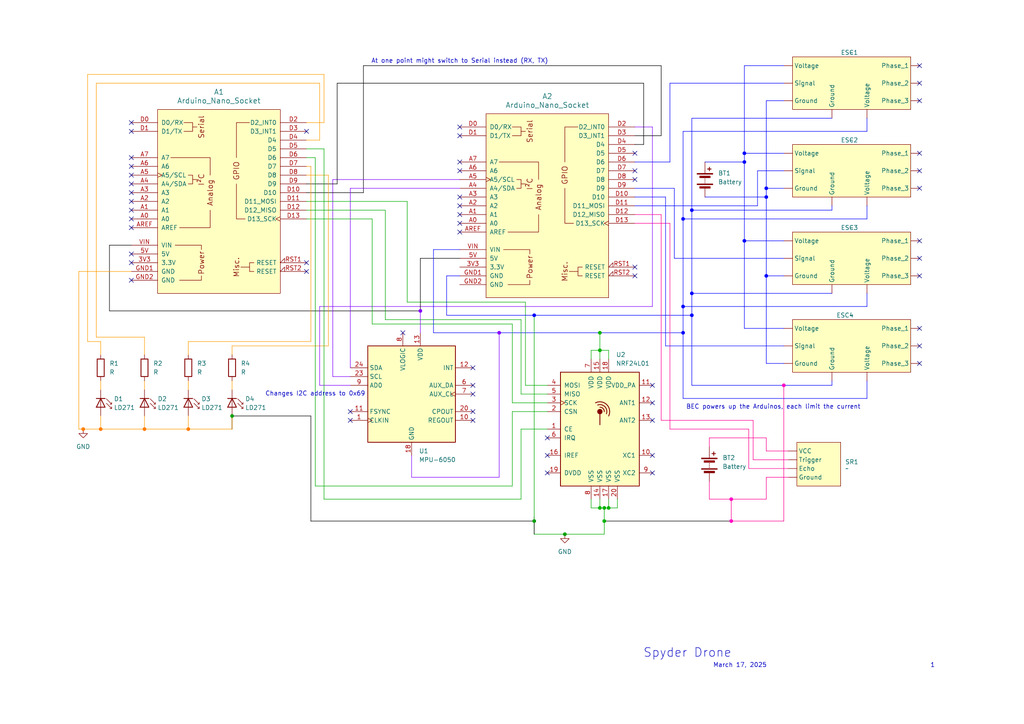
<source format=kicad_sch>
(kicad_sch (version 20250114) (generator "eeschema") (generator_version "9.0")
  (paper "A4")
  (lib_symbols
    (symbol "Device:Battery" (pin_numbers (hide yes)) (pin_names (offset 0) (hide yes))
      (property "Reference" "BT" (at 2.54 2.54 0))
      (property "Value" "Battery" (at 2.54 0 0))
      (symbol "Battery_0_1"
        (rectangle (start -2.286 1.778) (end 2.286 1.524) (fill (type outline)))
        (rectangle (start -2.286 -1.27) (end 2.286 -1.524) (fill (type outline)))
        (rectangle (start -1.524 1.016) (end 1.524 0.508) (fill (type outline)))
        (rectangle (start -1.524 -2.032) (end 1.524 -2.54) (fill (type outline)))
        (polyline (pts (xy 0 1.778) (xy 0 2.54)))
        (polyline (pts (xy 0 0) (xy 0 0.254)))
        (polyline (pts (xy 0 -0.508) (xy 0 -0.254)))
        (polyline (pts (xy 0 -1.016) (xy 0 -0.762)))
        (polyline (pts (xy 0.762 3.048) (xy 1.778 3.048)) (stroke (width 0.254)))
        (polyline (pts (xy 1.27 3.556) (xy 1.27 2.54)) (stroke (width 0.254)))
      )
      (symbol "Battery_1_1"
        (pin passive line (at 0 5.08 270) (length 2.54) (name "+") (number "1"))
        (pin passive line (at 0 -5.08 90) (length 2.54) (name "-") (number "2"))
      )
    )
    (symbol "Device:R" (pin_numbers (hide yes)) (pin_names (offset 0))
      (property "Reference" "R" (at 2.032 0 90))
      (property "Value" "R" (at 0 0 90))
      (symbol "R_0_1"
        (rectangle (start -1.016 -2.54) (end 1.016 2.54) (stroke (width 0.254)))
      )
      (symbol "R_1_1"
        (pin passive line (at 0 3.81 270) (length 1.27) (name "~") (number "1"))
        (pin passive line (at 0 -3.81 90) (length 1.27) (name "~") (number "2"))
      )
    )
    (symbol "Driver_Motor:Electronic_Speed_Controller"
      (property "Reference" "ESC" (at 0 -0.254 0))
      (symbol "Electronic_Speed_Controller_0_1"
        (rectangle (start -16.51 7.62) (end 17.78 -7.62) (fill (type color) (color 255 255 194 1)))
      )
      (symbol "Electronic_Speed_Controller_1_1"
        (pin input line (at -19.05 5.08 0) (length 2.54) (name "Voltage") (number ""))
        (pin input line (at -19.05 0 0) (length 2.54) (name "Signal") (number ""))
        (pin input line (at -19.05 -5.08 0) (length 2.54) (name "Ground") (number ""))
        (pin output line (at -5.08 -10.16 90) (length 2.54) (name "Ground") (number ""))
        (pin output line (at 5.08 -10.16 90) (length 2.54) (name "Voltage") (number ""))
        (pin output line (at 20.32 5.08 180) (length 2.54) (name "Phase_1") (number ""))
        (pin output line (at 20.32 0 180) (length 2.54) (name "Phase_2") (number ""))
        (pin output line (at 20.32 -5.08 180) (length 2.54) (name "Phase_3") (number ""))
      )
    )
    (symbol "Electronic_Speed_Controller_1"
      (property "Reference" "ESC" (at 0 -0.254 0))
      (symbol "Electronic_Speed_Controller_1_0_1"
        (rectangle (start -16.51 7.62) (end 17.78 -7.62) (fill (type color) (color 255 255 194 1)))
      )
      (symbol "Electronic_Speed_Controller_1_1_1"
        (pin input line (at -19.05 5.08 0) (length 2.54) (name "Voltage") (number ""))
        (pin input line (at -19.05 0 0) (length 2.54) (name "Signal") (number ""))
        (pin input line (at -19.05 -5.08 0) (length 2.54) (name "Ground") (number ""))
        (pin output line (at -5.08 -10.16 90) (length 2.54) (name "Ground") (number ""))
        (pin output line (at 5.08 -10.16 90) (length 2.54) (name "Voltage") (number ""))
        (pin output line (at 20.32 5.08 180) (length 2.54) (name "Phase_1") (number ""))
        (pin output line (at 20.32 0 180) (length 2.54) (name "Phase_2") (number ""))
        (pin output line (at 20.32 -5.08 180) (length 2.54) (name "Phase_3") (number ""))
      )
    )
    (symbol "Electronic_Speed_Controller_2"
      (property "Reference" "ESC" (at 0 -0.254 0))
      (symbol "Electronic_Speed_Controller_2_0_1"
        (rectangle (start -16.51 7.62) (end 17.78 -7.62) (fill (type color) (color 255 255 194 1)))
      )
      (symbol "Electronic_Speed_Controller_2_1_1"
        (pin input line (at -19.05 5.08 0) (length 2.54) (name "Voltage") (number ""))
        (pin input line (at -19.05 0 0) (length 2.54) (name "Signal") (number ""))
        (pin input line (at -19.05 -5.08 0) (length 2.54) (name "Ground") (number ""))
        (pin output line (at -5.08 -10.16 90) (length 2.54) (name "Ground") (number ""))
        (pin output line (at 5.08 -10.16 90) (length 2.54) (name "Voltage") (number ""))
        (pin output line (at 20.32 5.08 180) (length 2.54) (name "Phase_1") (number ""))
        (pin output line (at 20.32 0 180) (length 2.54) (name "Phase_2") (number ""))
        (pin output line (at 20.32 -5.08 180) (length 2.54) (name "Phase_3") (number ""))
      )
    )
    (symbol "Electronic_Speed_Controller_3"
      (property "Reference" "ESC" (at 0 -0.254 0))
      (symbol "Electronic_Speed_Controller_3_0_1"
        (rectangle (start -16.51 7.62) (end 17.78 -7.62) (fill (type color) (color 255 255 194 1)))
      )
      (symbol "Electronic_Speed_Controller_3_1_1"
        (pin input line (at -19.05 5.08 0) (length 2.54) (name "Voltage") (number ""))
        (pin input line (at -19.05 0 0) (length 2.54) (name "Signal") (number ""))
        (pin input line (at -19.05 -5.08 0) (length 2.54) (name "Ground") (number ""))
        (pin output line (at -5.08 -10.16 90) (length 2.54) (name "Ground") (number ""))
        (pin output line (at 5.08 -10.16 90) (length 2.54) (name "Voltage") (number ""))
        (pin output line (at 20.32 5.08 180) (length 2.54) (name "Phase_1") (number ""))
        (pin output line (at 20.32 0 180) (length 2.54) (name "Phase_2") (number ""))
        (pin output line (at 20.32 -5.08 180) (length 2.54) (name "Phase_3") (number ""))
      )
    )
    (symbol "LED:LD271" (pin_numbers (hide yes)) (pin_names (offset 1.016) (hide yes))
      (property "Reference" "D" (at 0.508 1.778 0))
      (property "Value" "LD271" (at -1.016 -2.794 0))
      (symbol "LD271_0_1"
        (polyline (pts (xy -2.54 1.27) (xy -2.54 -1.27)) (stroke (width 0.254)))
        (polyline (pts (xy -2.413 1.651) (xy -0.889 3.175) (xy -0.889 2.667) (xy -0.889 3.175) (xy -1.397 3.175)))
        (polyline (pts (xy -1.143 1.651) (xy 0.381 3.175) (xy 0.381 2.667)))
        (polyline (pts (xy 0 0) (xy -2.54 0)))
        (polyline (pts (xy 0 -1.27) (xy -2.54 0) (xy 0 1.27) (xy 0 -1.27)) (stroke (width 0.254)))
        (polyline (pts (xy 0.381 3.175) (xy -0.127 3.175)))
      )
      (symbol "LD271_1_1"
        (pin passive line (at -5.08 0 0) (length 2.54) (name "K") (number "1"))
        (pin passive line (at 2.54 0 180) (length 2.54) (name "A") (number "2"))
      )
    )
    (symbol "PCM_arduino-library:Arduino_Nano_Socket" (pin_names (offset 1.016))
      (property "Reference" "A" (at 0 33.02 0))
      (property "Value" "Arduino_Nano_Socket" (at 0 29.21 0))
      (symbol "Arduino_Nano_Socket_0_0"
        (rectangle (start -17.78 26.67) (end 17.78 -26.67) (fill (type background)))
        (polyline (pts (xy -11.43 -22.86) (xy -5.08 -22.86) (xy -5.08 -21.59)))
        (polyline (pts (xy -10.16 22.86) (xy -7.62 22.86) (xy -7.62 20.32) (xy -10.16 20.32)))
        (polyline (pts (xy -8.89 7.62) (xy -7.62 7.62) (xy -7.62 5.08) (xy -8.89 5.08)))
        (polyline (pts (xy -7.62 21.59) (xy -6.35 21.59)))
        (polyline (pts (xy -7.62 6.35) (xy -6.35 6.35)))
        (polyline (pts (xy -5.08 -13.97) (xy -5.08 -12.7) (xy -12.7 -12.7)))
        (polyline (pts (xy 8.89 -19.05) (xy 6.35 -19.05)))
        (text "Serial" (at -5.08 21.59 900) (effects (font (size 1.524 1.524))))
        (text "I²C" (at -5.08 6.35 900) (effects (font (size 1.524 1.524))))
        (text "Power" (at -5.08 -17.78 900) (effects (font (size 1.524 1.524))))
        (text "Analog" (at -2.54 2.54 900) (effects (font (size 1.524 1.524))))
        (text "Misc." (at 5.08 -19.05 900) (effects (font (size 1.524 1.524))))
      )
      (symbol "Arduino_Nano_Socket_0_1"
        (polyline (pts (xy -13.97 12.7) (xy -2.54 12.7) (xy -2.54 7.62)))
        (polyline (pts (xy -11.43 -7.62) (xy -2.54 -7.62) (xy -2.54 -2.54)))
        (polyline (pts (xy 7.62 -5.08) (xy 5.08 -5.08) (xy 5.08 5.08)))
        (polyline (pts (xy 8.89 22.86) (xy 5.08 22.86) (xy 5.08 12.7)))
        (polyline (pts (xy 10.16 -17.78) (xy 8.89 -17.78) (xy 8.89 -20.32) (xy 10.16 -20.32)))
      )
      (symbol "Arduino_Nano_Socket_1_0"
        (text "GPIO" (at 5.08 8.89 900) (effects (font (size 1.524 1.524))))
      )
      (symbol "Arduino_Nano_Socket_1_1"
        (pin bidirectional line (at -25.4 22.86 0) (length 7.62) (name "D0/RX") (number "D0"))
        (pin bidirectional line (at -25.4 20.32 0) (length 7.62) (name "D1/TX") (number "D1"))
        (pin input line (at -25.4 12.7 0) (length 7.62) (name "A7") (number "A7"))
        (pin input line (at -25.4 10.16 0) (length 7.62) (name "A6") (number "A6"))
        (pin bidirectional clock (at -25.4 7.62 0) (length 7.62) (name "A5/SCL") (number "A5"))
        (pin bidirectional line (at -25.4 5.08 0) (length 7.62) (name "A4/SDA") (number "A4"))
        (pin bidirectional line (at -25.4 2.54 0) (length 7.62) (name "A3") (number "A3"))
        (pin bidirectional line (at -25.4 0 0) (length 7.62) (name "A2") (number "A2"))
        (pin bidirectional line (at -25.4 -2.54 0) (length 7.62) (name "A1") (number "A1"))
        (pin bidirectional line (at -25.4 -5.08 0) (length 7.62) (name "A0") (number "A0"))
        (pin input line (at -25.4 -7.62 0) (length 7.62) (name "AREF") (number "AREF"))
        (pin power_in line (at -25.4 -12.7 0) (length 7.62) (name "VIN") (number "VIN"))
        (pin power_in line (at -25.4 -15.24 0) (length 7.62) (name "5V") (number "5V"))
        (pin power_out line (at -25.4 -17.78 0) (length 7.62) (name "3.3V") (number "3V3"))
        (pin power_in line (at -25.4 -20.32 0) (length 7.62) (name "GND") (number "GND1"))
        (pin power_in line (at -25.4 -22.86 0) (length 7.62) (name "GND") (number "GND2"))
        (pin bidirectional line (at 25.4 22.86 180) (length 7.62) (name "D2_INT0") (number "D2"))
        (pin bidirectional line (at 25.4 20.32 180) (length 7.62) (name "D3_INT1") (number "D3"))
        (pin bidirectional line (at 25.4 17.78 180) (length 7.62) (name "D4") (number "D4"))
        (pin bidirectional line (at 25.4 15.24 180) (length 7.62) (name "D5") (number "D5"))
        (pin bidirectional line (at 25.4 12.7 180) (length 7.62) (name "D6") (number "D6"))
        (pin bidirectional line (at 25.4 10.16 180) (length 7.62) (name "D7") (number "D7"))
        (pin bidirectional line (at 25.4 7.62 180) (length 7.62) (name "D8") (number "D8"))
        (pin bidirectional line (at 25.4 5.08 180) (length 7.62) (name "D9") (number "D9"))
        (pin bidirectional line (at 25.4 2.54 180) (length 7.62) (name "D10") (number "D10"))
        (pin bidirectional line (at 25.4 0 180) (length 7.62) (name "D11_MOSI") (number "D11"))
        (pin bidirectional line (at 25.4 -2.54 180) (length 7.62) (name "D12_MISO") (number "D12"))
        (pin bidirectional clock (at 25.4 -5.08 180) (length 7.62) (name "D13_SCK") (number "D13"))
        (pin open_collector input_low (at 25.4 -17.78 180) (length 7.62) (name "RESET") (number "RST1"))
        (pin open_collector input_low (at 25.4 -20.32 180) (length 7.62) (name "RESET") (number "RST2"))
      )
    )
    (symbol "RF:NRF24L01" (pin_names (offset 1.016))
      (property "Reference" "U" (at -11.43 17.78 0))
      (property "Value" "NRF24L01" (at 5.08 17.78 0))
      (symbol "NRF24L01_0_1"
        (rectangle (start -11.43 16.51) (end 11.43 -16.51) (stroke (width 0.254)) (fill (type background)))
        (arc (start -1.27 7.62) (mid 2.008 7.088) (end 2.54 3.81) (stroke (width 0.254)))
        (circle (center 0 5.08) (radius 0.635) (stroke (width 0.254)) (fill (type outline)))
        (polyline (pts (xy 0 4.445) (xy 0 1.27)) (stroke (width 0.254)))
        (arc (start -0.635 6.985) (mid 1.4383 6.5183) (end 1.905 4.445) (stroke (width 0.254)))
        (arc (start 0 6.35) (mid 0.9108 5.9908) (end 1.27 5.08) (stroke (width 0.254)))
        (rectangle (start 11.43 -13.97) (end 11.43 -13.97))
      )
      (symbol "NRF24L01_1_1"
        (pin input line (at -15.24 12.7 0) (length 3.81) (name "MOSI") (number "4"))
        (pin output line (at -15.24 10.16 0) (length 3.81) (name "MISO") (number "5"))
        (pin input clock (at -15.24 7.62 0) (length 3.81) (name "SCK") (number "3"))
        (pin input line (at -15.24 5.08 0) (length 3.81) (name "CSN") (number "2"))
        (pin input line (at -15.24 0 0) (length 3.81) (name "CE") (number "1"))
        (pin output line (at -15.24 -2.54 0) (length 3.81) (name "IRQ") (number "6"))
        (pin passive line (at -15.24 -7.62 0) (length 3.81) (name "IREF") (number "16"))
        (pin power_out line (at -15.24 -12.7 0) (length 3.81) (name "DVDD") (number "19"))
        (pin power_in line (at -2.54 20.32 270) (length 3.81) (name "VDD") (number "7"))
        (pin power_in line (at -2.54 -20.32 90) (length 3.81) (name "VSS") (number "8"))
        (pin power_in line (at 0 20.32 270) (length 3.81) (name "VDD") (number "15"))
        (pin power_in line (at 0 -20.32 90) (length 3.81) (name "VSS") (number "14"))
        (pin power_in line (at 2.54 20.32 270) (length 3.81) (name "VDD") (number "18"))
        (pin power_in line (at 2.54 -20.32 90) (length 3.81) (name "VSS") (number "17"))
        (pin power_in line (at 5.08 -20.32 90) (length 3.81) (name "VSS") (number "20"))
        (pin power_out line (at 15.24 12.7 180) (length 3.81) (name "VDD_PA") (number "11"))
        (pin passive line (at 15.24 7.62 180) (length 3.81) (name "ANT1") (number "12"))
        (pin passive line (at 15.24 2.54 180) (length 3.81) (name "ANT2") (number "13"))
        (pin passive line (at 15.24 -7.62 180) (length 3.81) (name "XC1") (number "10"))
        (pin passive line (at 15.24 -12.7 180) (length 3.81) (name "XC2") (number "9"))
      )
    )
    (symbol "Sensor_Motion:MPU-6050"
      (property "Reference" "U" (at -11.43 13.97 0))
      (property "Value" "MPU-6050" (at 7.62 -15.24 0))
      (symbol "MPU-6050_0_0"
        (text "" (at 12.7 -2.54 0) (effects (font (size 1.27 1.27))))
      )
      (symbol "MPU-6050_0_1"
        (rectangle (start -12.7 13.97) (end 12.7 -13.97) (stroke (width 0.254)) (fill (type background)))
      )
      (symbol "MPU-6050_1_1"
        (pin bidirectional line (at -17.78 7.62 0) (length 5.08) (name "SDA") (number "24"))
        (pin input line (at -17.78 5.08 0) (length 5.08) (name "SCL") (number "23"))
        (pin input line (at -17.78 2.54 0) (length 5.08) (name "AD0") (number "9"))
        (pin input line (at -17.78 -5.08 0) (length 5.08) (name "FSYNC") (number "11"))
        (pin input clock (at -17.78 -7.62 0) (length 5.08) (name "CLKIN") (number "1"))
        (pin no_connect line (at -12.7 12.7 0) (length 2.54) (hide yes) (name "NC") (number "2"))
        (pin no_connect line (at -12.7 10.16 0) (length 2.54) (hide yes) (name "NC") (number "3"))
        (pin no_connect line (at -12.7 0 0) (length 2.54) (hide yes) (name "NC") (number "4"))
        (pin no_connect line (at -12.7 -2.54 0) (length 2.54) (hide yes) (name "NC") (number "5"))
        (pin no_connect line (at -12.7 -10.16 0) (length 2.54) (hide yes) (name "NC") (number "14"))
        (pin power_in line (at -2.54 17.78 270) (length 3.81) (name "VLOGIC") (number "8"))
        (pin power_in line (at 0 -17.78 90) (length 3.81) (name "GND") (number "18"))
        (pin power_in line (at 2.54 17.78 270) (length 3.81) (name "VDD") (number "13"))
        (pin no_connect line (at 12.7 12.7 180) (length 2.54) (hide yes) (name "NC") (number "15"))
        (pin no_connect line (at 12.7 10.16 180) (length 2.54) (hide yes) (name "NC") (number "16"))
        (pin no_connect line (at 12.7 5.08 180) (length 2.54) (hide yes) (name "NC") (number "17"))
        (pin no_connect line (at 12.7 -2.54 180) (length 2.54) (hide yes) (name "RESV") (number "21"))
        (pin no_connect line (at 12.7 -10.16 180) (length 2.54) (hide yes) (name "RESV") (number "19"))
        (pin no_connect line (at 12.7 -12.7 180) (length 2.54) (hide yes) (name "RESV") (number "22"))
        (pin output line (at 17.78 7.62 180) (length 5.08) (name "INT") (number "12"))
        (pin bidirectional line (at 17.78 2.54 180) (length 5.08) (name "AUX_DA") (number "6"))
        (pin output clock (at 17.78 0 180) (length 5.08) (name "AUX_CL") (number "7"))
        (pin passive line (at 17.78 -5.08 180) (length 5.08) (name "CPOUT") (number "20"))
        (pin passive line (at 17.78 -7.62 180) (length 5.08) (name "REGOUT") (number "10"))
      )
    )
    (symbol "Sensor_Proximity:SR04"
      (property "Reference" "SR04" (at 3.556 0 0))
      (symbol "SR04_0_1"
        (rectangle (start -6.35 5.08) (end 6.35 -7.62) (fill (type color) (color 255 255 194 1)))
      )
      (symbol "SR04_1_1"
        (pin input line (at -8.89 2.54 0) (length 2.54) (name "VCC") (number ""))
        (pin input line (at -8.89 0 0) (length 2.54) (name "Trigger") (number ""))
        (pin input line (at -8.89 -2.54 0) (length 2.54) (name "Echo") (number ""))
        (pin input line (at -8.89 -5.08 0) (length 2.54) (name "Ground") (number ""))
      )
    )
    (symbol "power:GND" (power) (pin_numbers (hide yes)) (pin_names (offset 0) (hide yes))
      (property "Value" "GND" (at 0 -3.81 0))
      (symbol "GND_0_1"
        (polyline (pts (xy 0 0) (xy 0 -1.27) (xy 1.27 -1.27) (xy 0 -2.54) (xy -1.27 -1.27) (xy 0 -1.27)))
      )
      (symbol "GND_1_1"
        (pin power_in line (at 0 0 270) (length 0) (name "~") (number "1"))
      )
    )
  )
  (text "At one point might switch to Serial instead (RX, TX)\n" (at 133.35 17.78 0) (effects (font (size 1.27 1.27))))
  (text "Spyder Drone\n" (at 199.39 187.96 0) (effects (font (size 2.54 2.54)) (justify top)))
  (text "March 17, 2025\n" (at 214.63 193.04 0) (effects (font (size 1.27 1.27))))
  (text "1\n" (at 270.51 193.04 0) (effects (font (size 1.27 1.27))))
  (text "BEC powers up the Arduinos, each limit the current " (at 224.79 118.11 0) (effects (font (size 1.27 1.27))))
  (text "Changes I2C address to 0x69" (at 91.44 114.3 0) (effects (font (size 1.27 1.27))))
  (junction (at 215.9 69.85) (color 0 0 255 1))
  (junction (at 212.09 144.78) (color 255 6 189 1))
  (junction (at 227.33 111.76) (color 255 6 189 1))
  (junction (at 215.9 46.99) (color 0 0 255 1))
  (junction (at 163.83 154.94))
  (junction (at 176.53 147.32) (color 0 171 0 1))
  (junction (at 173.99 101.6) (color 0 171 0 1))
  (junction (at 24.13 124.46) (color 255 117 0 1))
  (junction (at 173.99 96.52) (color 0 171 0 1))
  (junction (at 121.92 90.17) (color 128 0 255 1))
  (junction (at 198.12 88.9) (color 0 0 255 1))
  (junction (at 144.78 96.52) (color 128 0 255 1))
  (junction (at 54.61 124.46) (color 255 117 0 1))
  (junction (at 198.12 96.52) (color 0 0 255 1))
  (junction (at 215.9 44.45) (color 0 0 255 1))
  (junction (at 29.21 124.46) (color 255 117 0 1))
  (junction (at 41.91 124.46) (color 255 117 0 1))
  (junction (at 198.12 63.5) (color 0 0 255 1))
  (junction (at 154.94 91.44) (color 0 0 255 1))
  (junction (at 212.09 151.13) (color 255 6 189 1))
  (junction (at 200.66 85.09) (color 0 0 255 1))
  (junction (at 200.66 91.44) (color 0 0 255 1))
  (junction (at 154.94 151.13))
  (junction (at 175.26 147.32) (color 0 171 0 1))
  (junction (at 222.25 54.61) (color 0 0 255 1))
  (junction (at 173.99 147.32) (color 0 171 0 1))
  (junction (at 222.25 80.01) (color 0 0 255 1))
  (junction (at 175.26 151.13) (color 0 171 0 1))
  (junction (at 200.66 60.96) (color 0 0 255 1))
  (junction (at 67.31 120.65))
  (junction (at 222.25 57.15) (color 0 0 255 1))
  (no_connect (at 133.35 36.83))
  (no_connect (at 38.1 81.28))
  (no_connect (at 133.35 64.77))
  (no_connect (at 133.35 62.23))
  (no_connect (at 189.23 116.84))
  (no_connect (at 266.7 100.33))
  (no_connect (at 266.7 24.13))
  (no_connect (at 38.1 48.26))
  (no_connect (at 38.1 35.56))
  (no_connect (at 38.1 58.42))
  (no_connect (at 189.23 121.92))
  (no_connect (at 38.1 38.1))
  (no_connect (at 88.9 76.2))
  (no_connect (at 266.7 69.85))
  (no_connect (at 137.16 114.3))
  (no_connect (at 266.7 80.01))
  (no_connect (at 137.16 111.76))
  (no_connect (at 184.15 77.47))
  (no_connect (at 38.1 53.34))
  (no_connect (at 137.16 119.38))
  (no_connect (at 133.35 57.15))
  (no_connect (at 133.35 39.37))
  (no_connect (at 38.1 60.96))
  (no_connect (at 266.7 49.53))
  (no_connect (at 101.6 119.38))
  (no_connect (at 137.16 121.92))
  (no_connect (at 38.1 73.66))
  (no_connect (at 158.75 132.08))
  (no_connect (at 184.15 80.01))
  (no_connect (at 38.1 66.04))
  (no_connect (at 133.35 67.31))
  (no_connect (at 38.1 55.88))
  (no_connect (at 184.15 49.53))
  (no_connect (at 137.16 106.68))
  (no_connect (at 101.6 121.92))
  (no_connect (at 38.1 45.72))
  (no_connect (at 38.1 50.8))
  (no_connect (at 266.7 44.45))
  (no_connect (at 133.35 59.69))
  (no_connect (at 38.1 63.5))
  (no_connect (at 133.35 46.99))
  (no_connect (at 266.7 105.41))
  (no_connect (at 266.7 95.25))
  (no_connect (at 266.7 29.21))
  (no_connect (at 133.35 49.53))
  (no_connect (at 88.9 78.74))
  (no_connect (at 116.84 96.52))
  (no_connect (at 266.7 54.61))
  (no_connect (at 189.23 111.76))
  (no_connect (at 88.9 38.1))
  (no_connect (at 189.23 132.08))
  (no_connect (at 266.7 74.93))
  (no_connect (at 266.7 19.05))
  (no_connect (at 158.75 127))
  (no_connect (at 184.15 44.45))
  (no_connect (at 184.15 52.07))
  (no_connect (at 158.75 137.16))
  (no_connect (at 38.1 76.2))
  (no_connect (at 189.23 137.16))
  (wire (pts (xy 222.25 29.21) (xy 222.25 54.61)) (stroke (width 0) (color 0 0 255 1)))
  (wire (pts (xy 212.09 144.78) (xy 222.25 144.78)) (stroke (width 0) (color 255 0 145 1)))
  (wire (pts (xy 154.94 91.44) (xy 154.94 151.13)) (stroke (width 0) (color 0 171 0 1)))
  (wire (pts (xy 194.31 64.77) (xy 184.15 64.77)) (stroke (width 0) (color 255 0 145 1)))
  (wire (pts (xy 121.92 90.17) (xy 121.92 74.93)) (stroke (width 0) (color 0 0 0 1)))
  (wire (pts (xy 54.61 120.65) (xy 54.61 124.46)) (stroke (width 0) (color 255 157 0 1)))
  (wire (pts (xy 93.98 144.78) (xy 151.13 144.78)) (stroke (width 0) (color 0 171 0 1)))
  (wire (pts (xy 198.12 115.57) (xy 251.46 115.57)) (stroke (width 0) (color 0 0 255 1)))
  (wire (pts (xy 176.53 104.14) (xy 176.53 101.6)) (stroke (width 0) (color 0 171 0 1)))
  (wire (pts (xy 22.86 78.74) (xy 22.86 124.46)) (stroke (width 0) (color 255 157 0 1)))
  (wire (pts (xy 212.09 151.13) (xy 227.33 151.13)) (stroke (width 0) (color 255 0 145 1)))
  (wire (pts (xy 118.11 58.42) (xy 118.11 87.63)) (stroke (width 0) (color 0 171 0 1)))
  (wire (pts (xy 173.99 96.52) (xy 198.12 96.52)) (stroke (width 0) (color 0 0 255 1)))
  (wire (pts (xy 119.38 132.08) (xy 119.38 138.43)) (stroke (width 0) (color 128 0 255 1)))
  (wire (pts (xy 189.23 88.9) (xy 189.23 36.83)) (stroke (width 0) (color 128 0 255 1)))
  (wire (pts (xy 27.94 97.79) (xy 41.91 97.79)) (stroke (width 0) (color 255 157 0 1)))
  (wire (pts (xy 148.59 119.38) (xy 158.75 119.38)) (stroke (width 0) (color 0 171 0 1)))
  (wire (pts (xy 194.31 46.99) (xy 194.31 24.13)) (stroke (width 0) (color 0 0 255 1)))
  (wire (pts (xy 144.78 138.43) (xy 144.78 96.52)) (stroke (width 0) (color 128 0 255 1)))
  (wire (pts (xy 227.33 111.76) (xy 241.3 111.76)) (stroke (width 0) (color 0 0 255 1)))
  (wire (pts (xy 215.9 19.05) (xy 227.33 19.05)) (stroke (width 0) (color 0 0 255 1)))
  (wire (pts (xy 27.94 24.13) (xy 27.94 97.79)) (stroke (width 0) (color 255 157 0 1)))
  (wire (pts (xy 88.9 55.88) (xy 105.41 55.88)) (stroke (width 0) (color 0 0 0 1)))
  (wire (pts (xy 222.25 138.43) (xy 228.6 138.43)) (stroke (width 0) (color 255 0 145 1)))
  (wire (pts (xy 217.17 135.89) (xy 217.17 124.46)) (stroke (width 0) (color 255 0 145 1)))
  (wire (pts (xy 163.83 154.94) (xy 175.26 154.94)) (stroke (width 0) (color 0 171 0 1)))
  (wire (pts (xy 24.13 124.46) (xy 29.21 124.46)) (stroke (width 0) (color 255 157 0 1)))
  (wire (pts (xy 41.91 102.87) (xy 41.91 97.79)) (stroke (width 0) (color 255 157 0 1)))
  (wire (pts (xy 96.52 52.07) (xy 96.52 109.22)) (stroke (width 0) (color 128 0 255 1)))
  (wire (pts (xy 241.3 60.96) (xy 200.66 60.96)) (stroke (width 0) (color 0 0 255 1)))
  (wire (pts (xy 154.94 151.13) (xy 154.94 154.94)) (stroke (width 0) (color 0 171 0 1)))
  (wire (pts (xy 41.91 120.65) (xy 41.91 124.46)) (stroke (width 0) (color 255 157 0 1)))
  (wire (pts (xy 184.15 59.69) (xy 219.71 59.69)) (stroke (width 0) (color 0 0 255 1)))
  (wire (pts (xy 133.35 72.39) (xy 125.73 72.39)) (stroke (width 0) (color 0 0 255 1)))
  (wire (pts (xy 251.46 115.57) (xy 251.46 110.49)) (stroke (width 0) (color 0 0 255 1)))
  (wire (pts (xy 227.33 95.25) (xy 215.9 95.25)) (stroke (width 0) (color 0 0 255 1)))
  (wire (pts (xy 184.15 39.37) (xy 191.77 39.37)) (stroke (width 0) (color 0 0 0 1)))
  (wire (pts (xy 193.04 100.33) (xy 227.33 100.33)) (stroke (width 0) (color 0 0 255 1)))
  (wire (pts (xy 88.9 35.56) (xy 93.98 35.56)) (stroke (width 0) (color 255 157 0 1)))
  (wire (pts (xy 251.46 88.9) (xy 198.12 88.9)) (stroke (width 0) (color 0 0 255 1)))
  (wire (pts (xy 29.21 124.46) (xy 41.91 124.46)) (stroke (width 0) (color 255 157 0 1)))
  (wire (pts (xy 251.46 38.1) (xy 198.12 38.1)) (stroke (width 0) (color 0 0 255 1)))
  (wire (pts (xy 184.15 41.91) (xy 186.69 41.91)) (stroke (width 0) (color 0 0 0 1)))
  (wire (pts (xy 200.66 111.76) (xy 200.66 91.44)) (stroke (width 0) (color 0 0 255 1)))
  (wire (pts (xy 205.74 144.78) (xy 212.09 144.78)) (stroke (width 0) (color 255 0 145 1)))
  (wire (pts (xy 198.12 38.1) (xy 198.12 63.5)) (stroke (width 0) (color 0 0 255 1)))
  (wire (pts (xy 222.25 54.61) (xy 227.33 54.61)) (stroke (width 0) (color 0 0 255 1)))
  (wire (pts (xy 67.31 120.65) (xy 90.17 120.65)) (stroke (width 0) (color 0 0 0 1)))
  (wire (pts (xy 96.52 109.22) (xy 101.6 109.22)) (stroke (width 0) (color 128 0 255 1)))
  (wire (pts (xy 222.25 57.15) (xy 204.47 57.15)) (stroke (width 0) (color 0 0 255 1)))
  (wire (pts (xy 200.66 34.29) (xy 200.66 60.96)) (stroke (width 0) (color 0 0 255 1)))
  (wire (pts (xy 152.4 111.76) (xy 158.75 111.76)) (stroke (width 0) (color 0 171 0 1)))
  (wire (pts (xy 101.6 54.61) (xy 101.6 106.68)) (stroke (width 0) (color 128 0 255 1)))
  (wire (pts (xy 88.9 63.5) (xy 107.95 63.5)) (stroke (width 0) (color 0 171 0 1)))
  (wire (pts (xy 251.46 59.69) (xy 251.46 63.5)) (stroke (width 0) (color 0 0 255 1)))
  (wire (pts (xy 92.71 111.76) (xy 101.6 111.76)) (stroke (width 0) (color 128 0 255 1)))
  (wire (pts (xy 107.95 93.98) (xy 148.59 93.98)) (stroke (width 0) (color 0 171 0 1)))
  (wire (pts (xy 179.07 144.78) (xy 179.07 147.32)) (stroke (width 0) (color 0 171 0 1)))
  (wire (pts (xy 105.41 55.88) (xy 105.41 19.05)) (stroke (width 0) (color 0 0 0 1)))
  (wire (pts (xy 184.15 46.99) (xy 194.31 46.99)) (stroke (width 0) (color 0 0 255 1)))
  (wire (pts (xy 222.25 57.15) (xy 222.25 80.01)) (stroke (width 0) (color 0 0 255 1)))
  (wire (pts (xy 29.21 110.49) (xy 29.21 113.03)) (stroke (width 0) (color 255 157 0 1)))
  (wire (pts (xy 148.59 140.97) (xy 148.59 119.38)) (stroke (width 0) (color 0 171 0 1)))
  (wire (pts (xy 67.31 102.87) (xy 67.31 100.33)) (stroke (width 0) (color 255 157 0 1)))
  (wire (pts (xy 91.44 45.72) (xy 91.44 140.97)) (stroke (width 0) (color 0 171 0 1)))
  (wire (pts (xy 222.25 144.78) (xy 222.25 138.43)) (stroke (width 0) (color 255 0 145 1)))
  (wire (pts (xy 92.71 24.13) (xy 27.94 24.13)) (stroke (width 0) (color 255 157 0 1)))
  (wire (pts (xy 121.92 90.17) (xy 121.92 96.52)) (stroke (width 0) (color 128 0 255 1)))
  (wire (pts (xy 151.13 114.3) (xy 158.75 114.3)) (stroke (width 0) (color 0 171 0 1)))
  (wire (pts (xy 227.33 44.45) (xy 215.9 44.45)) (stroke (width 0) (color 0 0 255 1)))
  (wire (pts (xy 215.9 46.99) (xy 215.9 44.45)) (stroke (width 0) (color 0 0 255 1)))
  (wire (pts (xy 97.79 53.34) (xy 88.9 53.34)) (stroke (width 0) (color 0 0 0 1)))
  (wire (pts (xy 154.94 154.94) (xy 163.83 154.94)) (stroke (width 0) (color 0 171 0 1)))
  (wire (pts (xy 67.31 124.46) (xy 54.61 124.46)) (stroke (width 0) (color 255 157 0 1)))
  (wire (pts (xy 171.45 104.14) (xy 171.45 101.6)) (stroke (width 0) (color 0 171 0 1)))
  (wire (pts (xy 154.94 151.13) (xy 154.94 149.86)) (stroke (width 0) (color 0 0 0 1)))
  (wire (pts (xy 191.77 19.05) (xy 191.77 39.37)) (stroke (width 0) (color 0 0 0 1)))
  (wire (pts (xy 88.9 45.72) (xy 91.44 45.72)) (stroke (width 0) (color 0 171 0 1)))
  (wire (pts (xy 38.1 71.12) (xy 31.75 71.12)) (stroke (width 0) (color 0 0 0 1)))
  (wire (pts (xy 205.74 127) (xy 222.25 127)) (stroke (width 0) (color 255 0 145 1)))
  (wire (pts (xy 90.17 120.65) (xy 90.17 151.13)) (stroke (width 0) (color 0 0 0 1)))
  (wire (pts (xy 198.12 88.9) (xy 198.12 96.52)) (stroke (width 0) (color 0 0 255 1)))
  (wire (pts (xy 67.31 110.49) (xy 67.31 113.03)) (stroke (width 0) (color 255 157 0 1)))
  (wire (pts (xy 194.31 124.46) (xy 194.31 64.77)) (stroke (width 0) (color 255 0 145 1)))
  (wire (pts (xy 200.66 111.76) (xy 227.33 111.76)) (stroke (width 0) (color 0 0 255 1)))
  (wire (pts (xy 175.26 151.13) (xy 175.26 147.32)) (stroke (width 0) (color 0 171 0 1)))
  (wire (pts (xy 191.77 121.92) (xy 191.77 62.23)) (stroke (width 0) (color 255 0 145 1)))
  (wire (pts (xy 195.58 74.93) (xy 227.33 74.93)) (stroke (width 0) (color 0 0 255 1)))
  (wire (pts (xy 219.71 49.53) (xy 219.71 59.69)) (stroke (width 0) (color 0 0 255 1)))
  (wire (pts (xy 151.13 92.71) (xy 151.13 114.3)) (stroke (width 0) (color 0 171 0 1)))
  (wire (pts (xy 175.26 147.32) (xy 176.53 147.32)) (stroke (width 0) (color 0 171 0 1)))
  (wire (pts (xy 222.25 54.61) (xy 222.25 57.15)) (stroke (width 0) (color 0 0 255 1)))
  (wire (pts (xy 88.9 40.64) (xy 92.71 40.64)) (stroke (width 0) (color 255 157 0 1)))
  (wire (pts (xy 222.25 29.21) (xy 227.33 29.21)) (stroke (width 0) (color 0 0 255 1)))
  (wire (pts (xy 88.9 58.42) (xy 118.11 58.42)) (stroke (width 0) (color 0 171 0 1)))
  (wire (pts (xy 129.54 80.01) (xy 133.35 80.01)) (stroke (width 0) (color 0 0 255 1)))
  (wire (pts (xy 54.61 102.87) (xy 54.61 99.06)) (stroke (width 0) (color 255 157 0 1)))
  (wire (pts (xy 92.71 88.9) (xy 92.71 111.76)) (stroke (width 0) (color 128 0 255 1)))
  (wire (pts (xy 204.47 46.99) (xy 215.9 46.99)) (stroke (width 0) (color 0 0 255 1)))
  (wire (pts (xy 125.73 72.39) (xy 125.73 96.52)) (stroke (width 0) (color 0 0 255 1)))
  (wire (pts (xy 241.3 85.09) (xy 200.66 85.09)) (stroke (width 0) (color 0 0 255 1)))
  (wire (pts (xy 173.99 96.52) (xy 173.99 101.6)) (stroke (width 0) (color 0 171 0 1)))
  (wire (pts (xy 22.86 124.46) (xy 24.13 124.46)) (stroke (width 0) (color 255 157 0 1)))
  (wire (pts (xy 171.45 144.78) (xy 171.45 147.32)) (stroke (width 0) (color 0 171 0 1)))
  (wire (pts (xy 215.9 46.99) (xy 215.9 69.85)) (stroke (width 0) (color 0 0 255 1)))
  (wire (pts (xy 25.4 21.59) (xy 25.4 99.06)) (stroke (width 0) (color 255 157 0 1)))
  (wire (pts (xy 194.31 24.13) (xy 227.33 24.13)) (stroke (width 0) (color 0 0 255 1)))
  (wire (pts (xy 93.98 35.56) (xy 93.98 21.59)) (stroke (width 0) (color 255 157 0 1)))
  (wire (pts (xy 189.23 36.83) (xy 184.15 36.83)) (stroke (width 0) (color 128 0 255 1)))
  (wire (pts (xy 129.54 91.44) (xy 154.94 91.44)) (stroke (width 0) (color 0 0 255 1)))
  (wire (pts (xy 173.99 147.32) (xy 175.26 147.32)) (stroke (width 0) (color 0 171 0 1)))
  (wire (pts (xy 29.21 120.65) (xy 29.21 124.46)) (stroke (width 0) (color 255 157 0 1)))
  (wire (pts (xy 54.61 124.46) (xy 41.91 124.46)) (stroke (width 0) (color 255 157 0 1)))
  (wire (pts (xy 241.3 34.29) (xy 200.66 34.29)) (stroke (width 0) (color 0 0 255 1)))
  (wire (pts (xy 151.13 144.78) (xy 151.13 124.46)) (stroke (width 0) (color 0 171 0 1)))
  (wire (pts (xy 228.6 133.35) (xy 218.44 133.35)) (stroke (width 0) (color 255 0 145 1)))
  (wire (pts (xy 154.94 151.13) (xy 154.94 154.94)) (stroke (width 0) (color 0 0 0 1)))
  (wire (pts (xy 205.74 139.7) (xy 205.74 144.78)) (stroke (width 0) (color 255 0 145 1)))
  (wire (pts (xy 119.38 138.43) (xy 144.78 138.43)) (stroke (width 0) (color 128 0 255 1)))
  (wire (pts (xy 193.04 57.15) (xy 193.04 100.33)) (stroke (width 0) (color 0 0 255 1)))
  (wire (pts (xy 92.71 88.9) (xy 189.23 88.9)) (stroke (width 0) (color 128 0 255 1)))
  (wire (pts (xy 217.17 124.46) (xy 194.31 124.46)) (stroke (width 0) (color 255 0 145 1)))
  (wire (pts (xy 218.44 121.92) (xy 191.77 121.92)) (stroke (width 0) (color 255 0 145 1)))
  (wire (pts (xy 105.41 19.05) (xy 191.77 19.05)) (stroke (width 0) (color 0 0 0 1)))
  (wire (pts (xy 54.61 110.49) (xy 54.61 113.03)) (stroke (width 0) (color 255 157 0 1)))
  (wire (pts (xy 88.9 50.8) (xy 95.25 50.8)) (stroke (width 0) (color 255 157 0 1)))
  (wire (pts (xy 171.45 147.32) (xy 173.99 147.32)) (stroke (width 0) (color 0 171 0 1)))
  (wire (pts (xy 88.9 48.26) (xy 90.17 48.26)) (stroke (width 0) (color 255 157 0 1)))
  (wire (pts (xy 228.6 135.89) (xy 217.17 135.89)) (stroke (width 0) (color 255 0 145 1)))
  (wire (pts (xy 179.07 147.32) (xy 176.53 147.32)) (stroke (width 0) (color 0 171 0 1)))
  (wire (pts (xy 31.75 90.17) (xy 121.92 90.17)) (stroke (width 0) (color 0 0 0 1)))
  (wire (pts (xy 175.26 151.13) (xy 212.09 151.13)) (stroke (width 0) (color 0 0 0 1)))
  (wire (pts (xy 241.3 59.69) (xy 241.3 60.96)) (stroke (width 0) (color 0 0 255 1)))
  (wire (pts (xy 218.44 133.35) (xy 218.44 121.92)) (stroke (width 0) (color 255 0 145 1)))
  (wire (pts (xy 191.77 62.23) (xy 184.15 62.23)) (stroke (width 0) (color 255 0 145 1)))
  (wire (pts (xy 212.09 144.78) (xy 212.09 151.13)) (stroke (width 0) (color 255 0 145 1)))
  (wire (pts (xy 195.58 54.61) (xy 195.58 74.93)) (stroke (width 0) (color 0 0 255 1)))
  (wire (pts (xy 97.79 24.13) (xy 97.79 53.34)) (stroke (width 0) (color 0 0 0 1)))
  (wire (pts (xy 118.11 87.63) (xy 152.4 87.63)) (stroke (width 0) (color 0 171 0 1)))
  (wire (pts (xy 175.26 154.94) (xy 175.26 151.13)) (stroke (width 0) (color 0 171 0 1)))
  (wire (pts (xy 133.35 54.61) (xy 101.6 54.61)) (stroke (width 0) (color 128 0 255 1)))
  (wire (pts (xy 173.99 144.78) (xy 173.99 147.32)) (stroke (width 0) (color 0 171 0 1)))
  (wire (pts (xy 198.12 63.5) (xy 198.12 88.9)) (stroke (width 0) (color 0 0 255 1)))
  (wire (pts (xy 129.54 91.44) (xy 129.54 80.01)) (stroke (width 0) (color 0 0 255 1)))
  (wire (pts (xy 88.9 43.18) (xy 93.98 43.18)) (stroke (width 0) (color 0 171 0 1)))
  (wire (pts (xy 90.17 48.26) (xy 90.17 99.06)) (stroke (width 0) (color 255 157 0 1)))
  (wire (pts (xy 205.74 129.54) (xy 205.74 127)) (stroke (width 0) (color 255 0 145 1)))
  (wire (pts (xy 93.98 21.59) (xy 25.4 21.59)) (stroke (width 0) (color 255 157 0 1)))
  (wire (pts (xy 125.73 96.52) (xy 144.78 96.52)) (stroke (width 0) (color 0 0 255 1)))
  (wire (pts (xy 91.44 140.97) (xy 148.59 140.97)) (stroke (width 0) (color 0 171 0 1)))
  (wire (pts (xy 121.92 74.93) (xy 133.35 74.93)) (stroke (width 0) (color 0 0 0 1)))
  (wire (pts (xy 184.15 57.15) (xy 193.04 57.15)) (stroke (width 0) (color 0 0 255 1)))
  (wire (pts (xy 215.9 95.25) (xy 215.9 69.85)) (stroke (width 0) (color 0 0 255 1)))
  (wire (pts (xy 200.66 85.09) (xy 200.66 91.44)) (stroke (width 0) (color 0 0 255 1)))
  (wire (pts (xy 154.94 91.44) (xy 200.66 91.44)) (stroke (width 0) (color 0 0 255 1)))
  (wire (pts (xy 215.9 19.05) (xy 215.9 44.45)) (stroke (width 0) (color 0 0 255 1)))
  (wire (pts (xy 41.91 110.49) (xy 41.91 113.03)) (stroke (width 0) (color 255 157 0 1)))
  (wire (pts (xy 97.79 24.13) (xy 186.69 24.13)) (stroke (width 0) (color 0 0 0 1)))
  (wire (pts (xy 222.25 130.81) (xy 228.6 130.81)) (stroke (width 0) (color 255 0 145 1)))
  (wire (pts (xy 241.3 110.49) (xy 241.3 111.76)) (stroke (width 0) (color 0 0 255 1)))
  (wire (pts (xy 107.95 63.5) (xy 107.95 93.98)) (stroke (width 0) (color 0 171 0 1)))
  (wire (pts (xy 200.66 60.96) (xy 200.66 85.09)) (stroke (width 0) (color 0 0 255 1)))
  (wire (pts (xy 93.98 43.18) (xy 93.98 144.78)) (stroke (width 0) (color 0 171 0 1)))
  (wire (pts (xy 25.4 99.06) (xy 29.21 99.06)) (stroke (width 0) (color 255 157 0 1)))
  (wire (pts (xy 90.17 151.13) (xy 154.94 151.13)) (stroke (width 0) (color 0 0 0 1)))
  (wire (pts (xy 67.31 120.65) (xy 67.31 124.46)) (stroke (width 0) (color 0 0 0 1)))
  (wire (pts (xy 222.25 127) (xy 222.25 130.81)) (stroke (width 0) (color 255 0 145 1)))
  (wire (pts (xy 227.33 151.13) (xy 227.33 111.76)) (stroke (width 0) (color 255 0 145 1)))
  (wire (pts (xy 219.71 49.53) (xy 227.33 49.53)) (stroke (width 0) (color 0 0 255 1)))
  (wire (pts (xy 227.33 80.01) (xy 222.25 80.01)) (stroke (width 0) (color 0 0 255 1)))
  (wire (pts (xy 148.59 116.84) (xy 158.75 116.84)) (stroke (width 0) (color 0 171 0 1)))
  (wire (pts (xy 144.78 96.52) (xy 173.99 96.52)) (stroke (width 0) (color 0 0 255 1)))
  (wire (pts (xy 176.53 144.78) (xy 176.53 147.32)))
  (wire (pts (xy 151.13 124.46) (xy 158.75 124.46)) (stroke (width 0) (color 0 171 0 1)))
  (wire (pts (xy 88.9 60.96) (xy 111.76 60.96)) (stroke (width 0) (color 0 171 0 1)))
  (wire (pts (xy 222.25 105.41) (xy 227.33 105.41)) (stroke (width 0) (color 0 0 255 1)))
  (wire (pts (xy 31.75 71.12) (xy 31.75 90.17)) (stroke (width 0) (color 0 0 0 1)))
  (wire (pts (xy 90.17 99.06) (xy 54.61 99.06)) (stroke (width 0) (color 255 157 0 1)))
  (wire (pts (xy 184.15 54.61) (xy 195.58 54.61)) (stroke (width 0) (color 0 0 255 1)))
  (wire (pts (xy 251.46 85.09) (xy 251.46 88.9)) (stroke (width 0) (color 0 0 255 1)))
  (wire (pts (xy 92.71 40.64) (xy 92.71 24.13)) (stroke (width 0) (color 255 157 0 1)))
  (wire (pts (xy 173.99 101.6) (xy 173.99 104.14)) (stroke (width 0) (color 0 171 0 1)))
  (wire (pts (xy 133.35 52.07) (xy 96.52 52.07)) (stroke (width 0) (color 128 0 255 1)))
  (wire (pts (xy 251.46 63.5) (xy 198.12 63.5)) (stroke (width 0) (color 0 0 255 1)))
  (wire (pts (xy 111.76 60.96) (xy 111.76 92.71)) (stroke (width 0) (color 0 171 0 1)))
  (wire (pts (xy 251.46 34.29) (xy 251.46 38.1)) (stroke (width 0) (color 0 0 255 1)))
  (wire (pts (xy 222.25 80.01) (xy 222.25 105.41)) (stroke (width 0) (color 0 0 255 1)))
  (wire (pts (xy 227.33 69.85) (xy 215.9 69.85)) (stroke (width 0) (color 0 0 255 1)))
  (wire (pts (xy 29.21 99.06) (xy 29.21 102.87)) (stroke (width 0) (color 255 157 0 1)))
  (wire (pts (xy 152.4 87.63) (xy 152.4 111.76)) (stroke (width 0) (color 0 171 0 1)))
  (wire (pts (xy 38.1 78.74) (xy 22.86 78.74)) (stroke (width 0) (color 255 157 0 1)))
  (wire (pts (xy 176.53 101.6) (xy 173.99 101.6)) (stroke (width 0) (color 0 171 0 1)))
  (wire (pts (xy 171.45 101.6) (xy 173.99 101.6)) (stroke (width 0) (color 0 171 0 1)))
  (wire (pts (xy 198.12 96.52) (xy 198.12 115.57)) (stroke (width 0) (color 0 0 255 1)))
  (wire (pts (xy 67.31 100.33) (xy 95.25 100.33)) (stroke (width 0) (color 255 157 0 1)))
  (wire (pts (xy 148.59 93.98) (xy 148.59 116.84)) (stroke (width 0) (color 0 171 0 1)))
  (wire (pts (xy 111.76 92.71) (xy 151.13 92.71)) (stroke (width 0) (color 0 171 0 1)))
  (wire (pts (xy 95.25 50.8) (xy 95.25 100.33)) (stroke (width 0) (color 255 157 0 1)))
  (wire (pts (xy 67.31 120.65) (xy 67.31 124.46)) (stroke (width 0) (color 255 157 0 1)))
  (wire (pts (xy 186.69 24.13) (xy 186.69 41.91)) (stroke (width 0) (color 0 0 0 1)))
  (symbol (lib_id "Device:R") (at 29.21 106.68 0) (unit 1)
    (property "Reference" "R1" (at 31.75 105.4099 0) (effects (justify left)))
    (property "Value" "R" (at 31.75 107.9499 0) (effects (justify left)))
    (property "Description" "Resistor" (effects (hide yes)))
  )
  (symbol (lib_id "Driver_Motor:Electronic_Speed_Controller") (at 246.38 24.13 0) (unit 1)
    (property "Reference" "ESC1" (at 246.38 15.24 0))
    (property "Value" "~" (at 247.015 15.24 0))
  )
  (symbol (lib_name "Electronic_Speed_Controller_2") (lib_id "Driver_Motor:Electronic_Speed_Controller") (at 246.38 74.93 0) (unit 1)
    (property "Reference" "ESC3" (at 246.38 66.04 0))
    (property "Value" "~" (at 247.015 66.04 0))
  )
  (symbol (lib_id "LED:LD271") (at 29.21 118.11 270) (unit 1)
    (property "Reference" "D1" (at 33.02 115.6969 90) (effects (justify left)))
    (property "Value" "LD271" (at 33.02 118.2369 90) (effects (justify left)))
    (property "Footprint" "LED_THT:LED_D5.0mm_IRGrey" (effects (hide yes)))
    (property "Datasheet" "http://www.alliedelec.com/m/d/40788c34903a719969df15f1fbea1056.pdf" (effects (hide yes)))
    (property "Description" "940nm IR-LED, 5mm" (effects (hide yes)))
  )
  (symbol (lib_id "Sensor_Proximity:SR04") (at 237.49 133.35 0) (unit 1)
    (property "Reference" "SR1" (at 245.11 133.9849 0) (effects (justify left)))
    (property "Value" "~" (at 245.11 135.89 0) (effects (justify left)))
  )
  (symbol (lib_id "LED:LD271") (at 67.31 118.11 270) (unit 1)
    (property "Reference" "D4" (at 71.12 115.6969 90) (effects (justify left)))
    (property "Value" "LD271" (at 71.12 118.2369 90) (effects (justify left)))
    (property "Footprint" "LED_THT:LED_D5.0mm_IRGrey" (effects (hide yes)))
    (property "Datasheet" "http://www.alliedelec.com/m/d/40788c34903a719969df15f1fbea1056.pdf" (effects (hide yes)))
    (property "Description" "940nm IR-LED, 5mm" (effects (hide yes)))
  )
  (symbol (lib_id "Device:Battery") (at 205.74 134.62 0) (unit 1)
    (property "Reference" "BT2" (at 209.55 132.7784 0) (effects (justify left)))
    (property "Value" "Battery" (at 209.55 135.3184 0) (effects (justify left)))
    (property "Description" "Multiple-cell battery" (effects (hide yes)))
  )
  (symbol (lib_id "LED:LD271") (at 41.91 118.11 270) (unit 1)
    (property "Reference" "D2" (at 45.72 115.6969 90) (effects (justify left)))
    (property "Value" "LD271" (at 45.72 118.2369 90) (effects (justify left)))
    (property "Footprint" "LED_THT:LED_D5.0mm_IRGrey" (effects (hide yes)))
    (property "Datasheet" "http://www.alliedelec.com/m/d/40788c34903a719969df15f1fbea1056.pdf" (effects (hide yes)))
    (property "Description" "940nm IR-LED, 5mm" (effects (hide yes)))
  )
  (symbol (lib_id "Sensor_Motion:MPU-6050") (at 119.38 114.3 0) (unit 1)
    (property "Reference" "U1" (at 121.5233 130.81 0) (effects (justify left)))
    (property "Value" "MPU-6050" (at 121.5233 133.35 0) (effects (justify left)))
    (property "Footprint" "Sensor_Motion:InvenSense_QFN-24_4x4mm_P0.5mm" (effects (hide yes)))
    (property "Datasheet" "https://invensense.tdk.com/wp-content/uploads/2015/02/MPU-6000-Datasheet1.pdf" (effects (hide yes)))
    (property "Description" "InvenSense 6-Axis Motion Sensor, Gyroscope, Accelerometer, I2C" (effects (hide yes)))
  )
  (symbol (lib_id "power:GND") (at 24.13 124.46 0) (unit 1)
    (property "Reference" "#PWR03" (effects (hide yes)))
    (property "Value" "GND" (at 24.13 129.54 0))
    (property "Description" "Power symbol creates a global label with name \"GND\" , ground" (effects (hide yes)))
  )
  (symbol (lib_id "PCM_arduino-library:Arduino_Nano_Socket") (at 63.5 58.42 0) (unit 1)
    (property "Reference" "A1" (at 63.5 26.67 0) (effects (font (size 1.524 1.524))))
    (property "Value" "Arduino_Nano_Socket" (at 63.5 29.21 0) (effects (font (size 1.524 1.524))))
    (property "Footprint" "PCM_arduino-library:Arduino_Nano_Socket" (effects (hide yes)))
    (property "Datasheet" "https://docs.arduino.cc/hardware/nano" (effects (hide yes)))
    (property "Description" "Socket for Arduino Nano" (effects (hide yes)))
  )
  (symbol (lib_id "Device:R") (at 41.91 106.68 0) (unit 1)
    (property "Reference" "R2" (at 44.45 105.4099 0) (effects (justify left)))
    (property "Value" "R" (at 44.45 107.9499 0) (effects (justify left)))
    (property "Description" "Resistor" (effects (hide yes)))
  )
  (symbol (lib_id "RF:NRF24L01") (at 173.99 124.46 0) (unit 1)
    (property "Reference" "U2" (at 178.6733 102.87 0) (effects (justify left)))
    (property "Value" "NRF24L01" (at 178.6733 105.41 0) (effects (justify left)))
    (property "Footprint" "Package_DFN_QFN:QFN-20-1EP_4x4mm_P0.5mm_EP2.5x2.5mm" (effects (hide yes)))
    (property "Datasheet" "http://www.nordicsemi.com/eng/content/download/2730/34105/file/nRF24L01_Product_Specification_v2_0.pdf" (effects (hide yes)))
    (property "Description" "Ultra low power 2.4GHz RF Transceiver, QFN-20" (effects (hide yes)))
  )
  (symbol (lib_id "Device:Battery") (at 204.47 52.07 0) (unit 1)
    (property "Reference" "BT1" (at 208.28 50.2284 0) (effects (justify left)))
    (property "Value" "Battery" (at 208.28 52.7684 0) (effects (justify left)))
    (property "Description" "Multiple-cell battery" (effects (hide yes)))
  )
  (symbol (lib_name "Electronic_Speed_Controller_1") (lib_id "Driver_Motor:Electronic_Speed_Controller") (at 246.38 49.53 0) (unit 1)
    (property "Reference" "ESC2" (at 246.38 40.64 0))
    (property "Value" "~" (at 247.015 40.64 0))
  )
  (symbol (lib_id "LED:LD271") (at 54.61 118.11 270) (unit 1)
    (property "Reference" "D3" (at 58.42 115.6969 90) (effects (justify left)))
    (property "Value" "LD271" (at 58.42 118.2369 90) (effects (justify left)))
    (property "Footprint" "LED_THT:LED_D5.0mm_IRGrey" (effects (hide yes)))
    (property "Datasheet" "http://www.alliedelec.com/m/d/40788c34903a719969df15f1fbea1056.pdf" (effects (hide yes)))
    (property "Description" "940nm IR-LED, 5mm" (effects (hide yes)))
  )
  (symbol (lib_name "Electronic_Speed_Controller_3") (lib_id "Driver_Motor:Electronic_Speed_Controller") (at 246.38 100.33 0) (unit 1)
    (property "Reference" "ESC4" (at 245.11 91.44 0))
    (property "Value" "~" (at 247.015 91.44 0))
  )
  (symbol (lib_id "Device:R") (at 54.61 106.68 0) (unit 1)
    (property "Reference" "R3" (at 57.15 105.4099 0) (effects (justify left)))
    (property "Value" "R" (at 57.15 107.9499 0) (effects (justify left)))
    (property "Description" "Resistor" (effects (hide yes)))
  )
  (symbol (lib_id "power:GND") (at 163.83 154.94 0) (unit 1)
    (property "Reference" "#PWR04" (effects (hide yes)))
    (property "Value" "GND" (at 163.83 160.02 0))
    (property "Description" "Power symbol creates a global label with name \"GND\" , ground" (effects (hide yes)))
  )
  (symbol (lib_id "PCM_arduino-library:Arduino_Nano_Socket") (at 158.75 59.69 0) (unit 1)
    (property "Reference" "A2" (at 158.75 27.94 0) (effects (font (size 1.524 1.524))))
    (property "Value" "Arduino_Nano_Socket" (at 158.75 30.48 0) (effects (font (size 1.524 1.524))))
    (property "Footprint" "PCM_arduino-library:Arduino_Nano_Socket" (effects (hide yes)))
    (property "Datasheet" "https://docs.arduino.cc/hardware/nano" (effects (hide yes)))
    (property "Description" "Socket for Arduino Nano" (effects (hide yes)))
  )
  (symbol (lib_id "Device:R") (at 67.31 106.68 0) (unit 1)
    (property "Reference" "R4" (at 69.85 105.4099 0) (effects (justify left)))
    (property "Value" "R" (at 69.85 107.9499 0) (effects (justify left)))
    (property "Description" "Resistor" (effects (hide yes)))
  )
)
</source>
